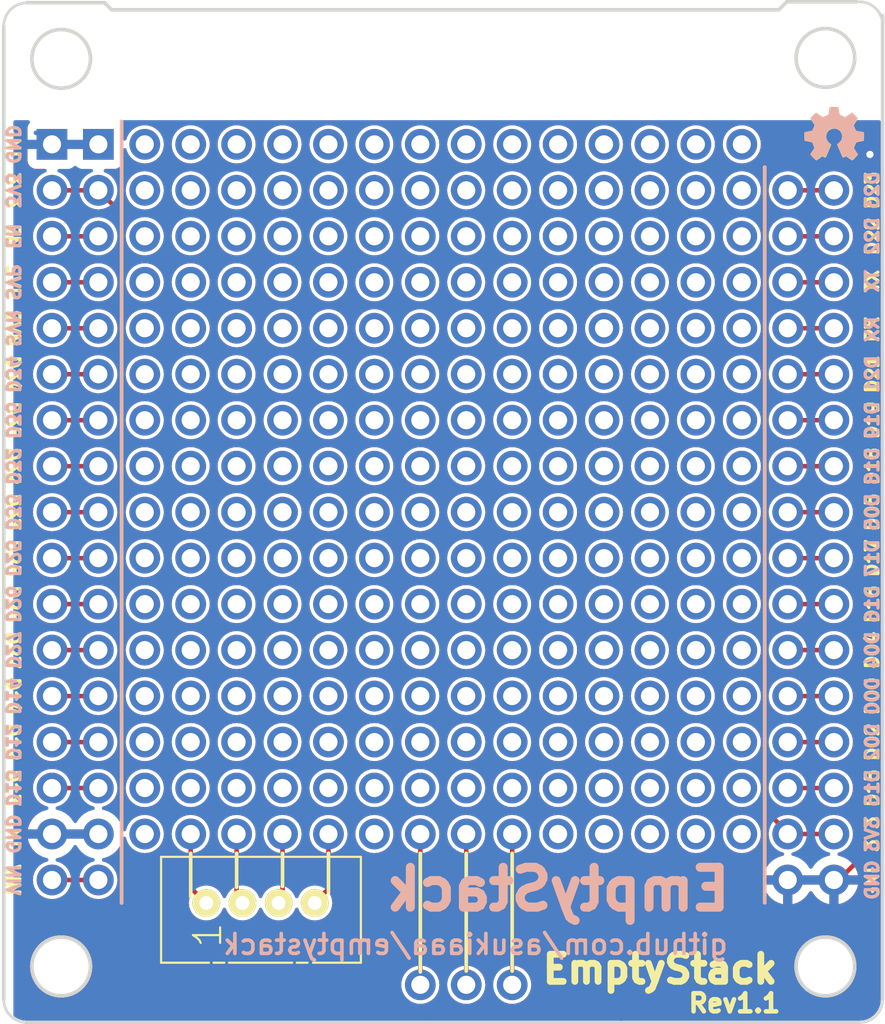
<source format=kicad_pcb>
(kicad_pcb (version 20221018) (generator pcbnew)
  (title_block (title "Bbstack") (date "2017-04-28") (rev "1.1"))
  (layers (0 "F.Cu" signal) (31 "B.Cu" signal) (34 "B.Paste" user) (35 "F.Paste" user) (36 "B.SilkS" user "B.Silkscreen") (37 "F.SilkS" user "F.Silkscreen") (38 "B.Mask" user) (39 "F.Mask" user) (44 "Edge.Cuts" user))
  (net 0 "")
  (net 1 "+3V3")
  (net 2 "GND")
  (net 3 "VCC")
  (net 4 "RXDtoTXD0")
  (net 5 "TXDtoRXD0")
  (net 6 "EN")
  (net 7 "SVP")
  (net 8 "SVN")
  (net 9 "IO34")
  (net 10 "IO35")
  (net 11 "IO32")
  (net 12 "IO33")
  (net 13 "IO25")
  (net 14 "IO26")
  (net 15 "IO27")
  (net 16 "IO14")
  (net 17 "IO12")
  (net 18 "IO13")
  (net 19 "IO23")
  (net 20 "IO22")
  (net 21 "IO21")
  (net 22 "IO19")
  (net 23 "IO18")
  (net 24 "IO5")
  (net 25 "IO17")
  (net 26 "IO16")
  (net 27 "IO4")
  (net 28 "IO2")
  (net 29 "IO15")
  (net 30 "IO0(boot)")
  (net 31 "Net-(J5-Pad1)")
  (net 32 "Net-(J5-Pad2)")
  (net 33 "Net-(J5-Pad3)")
  (net 34 "Net-(J5-Pad4)")
  (net 35 "Net-(J5-Pad5)")
  (net 36 "Net-(J5-Pad6)")
  (net 37 "Net-(J5-Pad7)")
  (net 38 "Net-(J5-Pad8)")
  (net 39 "Net-(J5-Pad9)")
  (net 40 "Net-(J5-Pad10)")
  (net 41 "Net-(J5-Pad11)")
  (net 42 "Net-(J5-Pad12)")
  (net 43 "Net-(J5-Pad13)")
  (net 44 "Net-(J5-Pad14)")
  (net 45 "Net-(J6-Pad1)")
  (net 46 "Net-(J6-Pad2)")
  (net 47 "Net-(J6-Pad3)")
  (net 48 "Net-(J6-Pad4)")
  (net 49 "Net-(J6-Pad5)")
  (net 50 "Net-(J6-Pad6)")
  (net 51 "Net-(J6-Pad7)")
  (net 52 "Net-(J6-Pad8)")
  (net 53 "Net-(J6-Pad9)")
  (net 54 "Net-(J6-Pad10)")
  (net 55 "Net-(J6-Pad11)")
  (net 56 "Net-(J6-Pad12)")
  (net 57 "Net-(J6-Pad13)")
  (net 58 "Net-(J6-Pad14)")
  (net 59 "Net-(J7-Pad1)")
  (net 60 "Net-(J7-Pad2)")
  (net 61 "Net-(J7-Pad3)")
  (net 62 "Net-(J7-Pad4)")
  (net 63 "Net-(J7-Pad5)")
  (net 64 "Net-(J7-Pad6)")
  (net 65 "Net-(J7-Pad7)")
  (net 66 "Net-(J7-Pad8)")
  (net 67 "Net-(J7-Pad9)")
  (net 68 "Net-(J7-Pad10)")
  (net 69 "Net-(J7-Pad11)")
  (net 70 "Net-(J7-Pad12)")
  (net 71 "Net-(J7-Pad13)")
  (net 72 "Net-(J7-Pad14)")
  (net 73 "Net-(J8-Pad1)")
  (net 74 "Net-(J8-Pad6)")
  (net 75 "Net-(J8-Pad11)")
  (net 76 "Net-(J8-Pad12)")
  (net 77 "Net-(J8-Pad13)")
  (net 78 "Net-(J8-Pad14)")
  (net 79 "Net-(J9-Pad1)")
  (net 80 "Net-(J9-Pad2)")
  (net 81 "Net-(J9-Pad3)")
  (net 82 "Net-(J9-Pad4)")
  (net 83 "Net-(J9-Pad5)")
  (net 84 "Net-(J9-Pad6)")
  (net 85 "Net-(J9-Pad7)")
  (net 86 "Net-(J9-Pad8)")
  (net 87 "Net-(J9-Pad9)")
  (net 88 "Net-(J9-Pad10)")
  (net 89 "Net-(J9-Pad11)")
  (net 90 "Net-(J9-Pad12)")
  (net 91 "Net-(J9-Pad13)")
  (net 92 "Net-(J9-Pad14)")
  (net 93 "Net-(J10-Pad1)")
  (net 94 "Net-(J10-Pad2)")
  (net 95 "Net-(J10-Pad3)")
  (net 96 "Net-(J10-Pad4)")
  (net 97 "Net-(J10-Pad5)")
  (net 98 "Net-(J10-Pad6)")
  (net 99 "Net-(J10-Pad7)")
  (net 100 "Net-(J10-Pad8)")
  (net 101 "Net-(J10-Pad9)")
  (net 102 "Net-(J10-Pad10)")
  (net 103 "Net-(J10-Pad11)")
  (net 104 "Net-(J10-Pad12)")
  (net 105 "Net-(J10-Pad13)")
  (net 106 "Net-(J10-Pad14)")
  (net 107 "Net-(J11-Pad1)")
  (net 108 "Net-(J11-Pad2)")
  (net 109 "Net-(J11-Pad3)")
  (net 110 "Net-(J11-Pad4)")
  (net 111 "Net-(J11-Pad5)")
  (net 112 "Net-(J11-Pad6)")
  (net 113 "Net-(J11-Pad7)")
  (net 114 "Net-(J11-Pad8)")
  (net 115 "Net-(J11-Pad9)")
  (net 116 "Net-(J11-Pad10)")
  (net 117 "Net-(J11-Pad11)")
  (net 118 "Net-(J11-Pad12)")
  (net 119 "Net-(J11-Pad13)")
  (net 120 "Net-(J11-Pad14)")
  (net 121 "Net-(J12-Pad1)")
  (net 122 "Net-(J12-Pad2)")
  (net 123 "Net-(J12-Pad3)")
  (net 124 "Net-(J12-Pad4)")
  (net 125 "Net-(J12-Pad5)")
  (net 126 "Net-(J12-Pad6)")
  (net 127 "Net-(J12-Pad7)")
  (net 128 "Net-(J12-Pad8)")
  (net 129 "Net-(J12-Pad9)")
  (net 130 "Net-(J12-Pad10)")
  (net 131 "Net-(J12-Pad11)")
  (net 132 "Net-(J12-Pad12)")
  (net 133 "Net-(J12-Pad13)")
  (net 134 "Net-(J12-Pad14)")
  (net 135 "Net-(J13-Pad1)")
  (net 136 "Net-(J13-Pad2)")
  (net 137 "Net-(J13-Pad3)")
  (net 138 "Net-(J13-Pad4)")
  (net 139 "Net-(J13-Pad5)")
  (net 140 "Net-(J13-Pad6)")
  (net 141 "Net-(J13-Pad7)")
  (net 142 "Net-(J13-Pad8)")
  (net 143 "Net-(J13-Pad9)")
  (net 144 "Net-(J13-Pad10)")
  (net 145 "Net-(J13-Pad11)")
  (net 146 "Net-(J13-Pad12)")
  (net 147 "Net-(J13-Pad13)")
  (net 148 "Net-(J13-Pad14)")
  (net 149 "Net-(J14-Pad1)")
  (net 150 "Net-(J14-Pad2)")
  (net 151 "Net-(J14-Pad3)")
  (net 152 "Net-(J14-Pad4)")
  (net 153 "Net-(J14-Pad5)")
  (net 154 "Net-(J14-Pad6)")
  (net 155 "Net-(J14-Pad7)")
  (net 156 "Net-(J14-Pad8)")
  (net 157 "Net-(J14-Pad9)")
  (net 158 "Net-(J14-Pad10)")
  (net 159 "Net-(J14-Pad11)")
  (net 160 "Net-(J14-Pad12)")
  (net 161 "Net-(J14-Pad13)")
  (net 162 "Net-(J14-Pad14)")
  (net 163 "Net-(J15-Pad1)")
  (net 164 "Net-(J15-Pad2)")
  (net 165 "Net-(J15-Pad3)")
  (net 166 "Net-(J15-Pad4)")
  (net 167 "Net-(J15-Pad5)")
  (net 168 "Net-(J15-Pad6)")
  (net 169 "Net-(J15-Pad7)")
  (net 170 "Net-(J15-Pad8)")
  (net 171 "Net-(J15-Pad9)")
  (net 172 "Net-(J15-Pad10)")
  (net 173 "Net-(J15-Pad11)")
  (net 174 "Net-(J15-Pad12)")
  (net 175 "Net-(J15-Pad13)")
  (net 176 "Net-(J15-Pad14)")
  (net 177 "Net-(J16-Pad1)")
  (net 178 "Net-(J16-Pad2)")
  (net 179 "Net-(J16-Pad3)")
  (net 180 "Net-(J16-Pad4)")
  (net 181 "Net-(J16-Pad5)")
  (net 182 "Net-(J16-Pad6)")
  (net 183 "Net-(J16-Pad7)")
  (net 184 "Net-(J16-Pad8)")
  (net 185 "Net-(J16-Pad9)")
  (net 186 "Net-(J16-Pad10)")
  (net 187 "Net-(J16-Pad11)")
  (net 188 "Net-(J16-Pad12)")
  (net 189 "Net-(J16-Pad13)")
  (net 190 "Net-(J16-Pad14)")
  (net 191 "Net-(J17-Pad1)")
  (net 192 "Net-(J17-Pad2)")
  (net 193 "Net-(J17-Pad3)")
  (net 194 "Net-(J17-Pad4)")
  (net 195 "Net-(J17-Pad5)")
  (net 196 "Net-(J17-Pad6)")
  (net 197 "Net-(J17-Pad7)")
  (net 198 "Net-(J17-Pad8)")
  (net 199 "Net-(J17-Pad9)")
  (net 200 "Net-(J17-Pad10)")
  (net 201 "Net-(J17-Pad11)")
  (net 202 "Net-(J17-Pad12)")
  (net 203 "Net-(J17-Pad13)")
  (net 204 "Net-(J17-Pad14)")
  (net 205 "Net-(J18-Pad1)")
  (net 206 "Net-(J18-Pad2)")
  (net 207 "Net-(J18-Pad3)")
  (net 208 "Net-(J18-Pad4)")
  (net 209 "Net-(J18-Pad5)")
  (net 210 "Net-(J18-Pad6)")
  (net 211 "Net-(J18-Pad7)")
  (net 212 "Net-(J18-Pad8)")
  (net 213 "Net-(J18-Pad9)")
  (net 214 "Net-(J18-Pad10)")
  (net 215 "Net-(J18-Pad11)")
  (net 216 "Net-(J18-Pad12)")
  (net 217 "Net-(J18-Pad13)")
  (net 218 "Net-(J18-Pad14)")
  (net 219 "Net-(J19-Pad1)")
  (net 220 "Net-(J19-Pad2)")
  (net 221 "Net-(J19-Pad3)")
  (net 222 "Net-(J19-Pad4)")
  (net 223 "Net-(J19-Pad5)")
  (net 224 "Net-(J19-Pad6)")
  (net 225 "Net-(J19-Pad7)")
  (net 226 "Net-(J19-Pad8)")
  (net 227 "Net-(J19-Pad9)")
  (net 228 "Net-(J19-Pad10)")
  (net 229 "Net-(J19-Pad11)")
  (net 230 "Net-(J19-Pad12)")
  (net 231 "Net-(J19-Pad13)")
  (net 232 "Net-(J19-Pad14)")
  (net 233 "Net-(J20-Pad1)")
  (net 234 "Net-(J20-Pad2)")
  (net 235 "Net-(J20-Pad3)")
  (net 236 "Net-(J20-Pad4)")
  (net 237 "Net-(J20-Pad5)")
  (net 238 "Net-(J20-Pad6)")
  (net 239 "Net-(J20-Pad7)")
  (net 240 "Net-(J20-Pad8)")
  (net 241 "Net-(J20-Pad9)")
  (net 242 "Net-(J20-Pad10)")
  (net 243 "Net-(J20-Pad11)")
  (net 244 "Net-(J20-Pad12)")
  (net 245 "Net-(J20-Pad13)")
  (net 246 "Net-(J20-Pad14)")
  (net 247 "Net-(J21-Pad1)")
  (net 248 "Net-(J21-Pad2)")
  (net 249 "Net-(J21-Pad3)")
  (net 250 "Net-(J22-Pad1)")
  (net 251 "Net-(J22-Pad2)")
  (net 252 "Net-(J22-Pad3)")
  (net 253 "Net-(J22-Pad4)")
  (net 254 "Net-(J8-Pad10)")
  (footprint "osh-logo:osh-logo-3p4mm" (layer "F.Cu") (at 193.1162 70.5485)
    (fp_text reference "G***" hide)
    (fp_text value "LOGO" hide)
  )
  (footprint "common:Pin_Header_Straight_1x17_Pitch2.54mm" (layer "F.Cu") (at 149.86 71.12)
    (fp_text reference "J1" hide)
    (fp_text value "CONN_01X17" hide)
  )
  (footprint "common:Pin_Header_Straight_1x16_Pitch2.54mm" (layer "F.Cu") (at 193.1035 73.66)
    (fp_text reference "J2" hide)
    (fp_text value "CONN_01X16" hide)
  )
  (footprint "common:Pin_Header_Straight_1x17_Pitch2.54mm" (layer "F.Cu") (at 152.4254 71.12)
    (fp_text reference "J3" hide)
    (fp_text value "CONN_01X17" hide)
  )
  (footprint "common:Pin_Header_Straight_1x16_Pitch2.54mm" (layer "F.Cu") (at 190.5508 73.66)
    (fp_text reference "J4" hide)
    (fp_text value "CONN_01X16" hide)
  )
  (footprint "common:Pin_Header_Straight_1x14_Pitch2.54mm" (layer "F.Cu") (at 154.9908 78.74 90)
    (fp_text reference "J5" hide)
    (fp_text value "CONN_01X14" hide)
  )
  (footprint "common:Pin_Header_Straight_1x14_Pitch2.54mm" (layer "F.Cu") (at 154.9908 81.28 90)
    (fp_text reference "J6" hide)
    (fp_text value "CONN_01X14" hide)
  )
  (footprint "common:Pin_Header_Straight_1x14_Pitch2.54mm" (layer "F.Cu") (at 154.9908 86.36 90)
    (fp_text reference "J7" hide)
    (fp_text value "CONN_01X14" hide)
  )
  (footprint "common:Pin_Header_Straight_1x14_Pitch2.54mm" (layer "F.Cu") (at 154.9908 109.22 90)
    (fp_text reference "J8" hide)
    (fp_text value "CONN_01X14" hide)
  )
  (footprint "common:Pin_Header_Straight_1x14_Pitch2.54mm" (layer "F.Cu") (at 154.9908 91.44 90)
    (fp_text reference "J9" hide)
    (fp_text value "CONN_01X14" hide)
  )
  (footprint "common:Pin_Header_Straight_1x14_Pitch2.54mm" (layer "F.Cu") (at 154.9908 101.6 90)
    (fp_text reference "J10" hide)
    (fp_text value "CONN_01X14" hide)
  )
  (footprint "common:Pin_Header_Straight_1x14_Pitch2.54mm" (layer "F.Cu") (at 154.9908 71.12 90)
    (fp_text reference "J11" hide)
    (fp_text value "CONN_01X14" hide)
  )
  (footprint "common:Pin_Header_Straight_1x14_Pitch2.54mm" (layer "F.Cu") (at 154.9908 104.14 90)
    (fp_text reference "J12" hide)
    (fp_text value "CONN_01X14" hide)
  )
  (footprint "common:Pin_Header_Straight_1x14_Pitch2.54mm" (layer "F.Cu") (at 154.9908 106.68 90)
    (fp_text reference "J13" hide)
    (fp_text value "CONN_01X14" hide)
  )
  (footprint "common:Pin_Header_Straight_1x14_Pitch2.54mm" (layer "F.Cu") (at 154.9908 83.82 90)
    (fp_text reference "J14" hide)
    (fp_text value "CONN_01X14" hide)
  )
  (footprint "common:Pin_Header_Straight_1x14_Pitch2.54mm" (layer "F.Cu") (at 154.9908 76.2 90)
    (fp_text reference "J15" hide)
    (fp_text value "CONN_01X14" hide)
  )
  (footprint "common:Pin_Header_Straight_1x14_Pitch2.54mm" (layer "F.Cu") (at 154.9908 73.66 90)
    (fp_text reference "J16" hide)
    (fp_text value "CONN_01X14" hide)
  )
  (footprint "common:Pin_Header_Straight_1x14_Pitch2.54mm" (layer "F.Cu") (at 154.9908 88.9 90)
    (fp_text reference "J17" hide)
    (fp_text value "CONN_01X14" hide)
  )
  (footprint "common:Pin_Header_Straight_1x14_Pitch2.54mm" (layer "F.Cu") (at 154.9908 93.98 90)
    (fp_text reference "J18" hide)
    (fp_text value "CONN_01X14" hide)
  )
  (footprint "common:Pin_Header_Straight_1x14_Pitch2.54mm" (layer "F.Cu") (at 154.9908 96.52 90)
    (fp_text reference "J19" hide)
    (fp_text value "CONN_01X14" hide)
  )
  (footprint "common:Pin_Header_Straight_1x14_Pitch2.54mm" (layer "F.Cu") (at 154.9908 99.06 90)
    (fp_text reference "J20" hide)
    (fp_text value "CONN_01X14" hide)
  )
  (footprint "Connectors:Grove_1x04" (layer "F.Cu") (at 158.3944 113.03 90)
    (fp_text reference "J22" hide)
    (fp_text value "grove_01X04")
  )
  (footprint "common:Pin_Header_Straight_1x03_Pitch2.54mm" (layer "F.Cu") (at 175.3108 117.5512 -90)
    (fp_text reference "J21" hide)
    (fp_text value "CONN_01X03" hide)
  )
  (footprint "osh-logo:osh-logo-3p4mm" (layer "B.Cu") (at 193.1162 70.5358 180)
    (fp_text reference "G***" hide)
    (fp_text value "LOGO" hide)
  )
  (gr_line (start 189.2808 72.39) (end 189.2808 113.0173) (stroke (width 0.2)) (layer "B.SilkS"))
  (gr_line (start 153.7081 113.03) (end 153.7081 69.85) (stroke (width 0.2)) (layer "B.SilkS"))
  (gr_line (start 157.5308 110.2868) (end 157.5308 112.6744) (stroke (width 0.2)) (layer "F.SilkS"))
  (gr_line (start 165.1508 110.2868) (end 165.1508 112.4712) (stroke (width 0.2)) (layer "F.SilkS"))
  (gr_line (start 160.0708 110.2868) (end 160.0708 112.1664) (stroke (width 0.2)) (layer "F.SilkS"))
  (gr_line (start 172.7708 116.7892) (end 172.7708 110.2868) (stroke (width 0.2)) (layer "F.SilkS"))
  (gr_line (start 162.6108 110.2868) (end 162.6108 112.1156) (stroke (width 0.2)) (layer "F.SilkS"))
  (gr_line (start 189.2808 113.0173) (end 189.2808 72.39) (stroke (width 0.2)) (layer "F.SilkS"))
  (gr_line (start 175.3108 110.2868) (end 175.3108 116.7892) (stroke (width 0.2)) (layer "F.SilkS"))
  (gr_line (start 153.7081 69.85) (end 153.7081 113.03) (stroke (width 0.2)) (layer "F.SilkS"))
  (gr_line (start 170.2308 110.2868) (end 170.2308 116.84) (stroke (width 0.2)) (layer "F.SilkS"))
  (gr_line (start 189.2808 72.39) (end 189.2681 72.39) (stroke (width 0.2)) (layer "F.SilkS"))
  (gr_circle (center 192.6336 66.3448) (end 193.8528 67.4116) (stroke (width 0.2)) (fill none) (layer "Edge.Cuts"))
  (gr_circle (center 150.368 116.5352) (end 151.5872 117.602) (stroke (width 0.2)) (fill none) (layer "Edge.Cuts"))
  (gr_circle (center 192.6336 116.5352) (end 193.8528 117.602) (stroke (width 0.2)) (fill none) (layer "Edge.Cuts"))
  (gr_circle (center 150.368 66.3956) (end 151.5872 67.4624) (stroke (width 0.2)) (fill none) (layer "Edge.Cuts"))
  (gr_line (start 147.193 64.5795) (end 147.193 118.364) (stroke (width 0.2)) (layer "Edge.Cuts"))
  (gr_line (start 195.7959 64.008) (end 195.7959 118.364) (stroke (width 0.2)) (layer "Edge.Cuts"))
  (gr_line (start 148.463 63.2968) (end 152.781 63.2968) (stroke (width 0.2)) (layer "Edge.Cuts"))
  (gr_arc (start 195.7959 118.364) (mid 195.423926 119.262026) (end 194.5259 119.634) (stroke (width 0.15)) (layer "Edge.Cuts"))
  (gr_arc (start 148.463 119.634) (mid 147.564974 119.262026) (end 147.193 118.364) (stroke (width 0.15)) (layer "Edge.Cuts"))
  (gr_line (start 148.4376 119.634) (end 170.5864 119.634) (stroke (width 0.2)) (layer "Edge.Cuts"))
  (gr_line (start 190.5 63.246) (end 190.0555 63.6905) (stroke (width 0.2)) (layer "Edge.Cuts"))
  (gr_line (start 194.3735 63.246) (end 190.5 63.246) (stroke (width 0.2)) (layer "Edge.Cuts"))
  (gr_arc (start 194.5259 63.246) (mid 195.423926 63.617974) (end 195.7959 64.516) (stroke (width 0.15)) (layer "Edge.Cuts"))
  (gr_line (start 181.4195 119.634) (end 194.437 119.634) (stroke (width 0.2)) (layer "Edge.Cuts"))
  (gr_line (start 170.6118 119.634) (end 181.2798 119.634) (stroke (width 0.2)) (layer "Edge.Cuts"))
  (gr_line (start 190.0555 63.6905) (end 188.7855 63.6905) (stroke (width 0.2)) (layer "Edge.Cuts"))
  (gr_line (start 153.162 63.6905) (end 188.722 63.6905) (stroke (width 0.2)) (layer "Edge.Cuts"))
  (gr_line (start 152.781 63.3095) (end 153.162 63.6905) (stroke (width 0.2)) (layer "Edge.Cuts"))
  (gr_arc (start 147.193 64.5795) (mid 147.564974 63.681474) (end 148.463 63.3095) (stroke (width 0.15)) (layer "Edge.Cuts"))
  (gr_text "TX" (at 195.2244 78.6765 90) (layer "B.SilkS") (effects (font (size 0.7 0.7) (thickness 0.175)) (justify mirror)))
  (gr_text "D27" (at 147.701 99.06 270) (layer "B.SilkS") (effects (font (size 0.7 0.7) (thickness 0.175)) (justify mirror)))
  (gr_text "D34" (at 147.701 83.82 270) (layer "B.SilkS") (effects (font (size 0.7 0.7) (thickness 0.175)) (justify mirror)))
  (gr_text "D12" (at 147.701 104.14 270) (layer "B.SilkS") (effects (font (size 0.7 0.7) (thickness 0.175)) (justify mirror)))
  (gr_text "D32" (at 147.701 88.9 270) (layer "B.SilkS") (effects (font (size 0.7 0.7) (thickness 0.175)) (justify mirror)))
  (gr_text "D35" (at 147.701 86.36 270) (layer "B.SilkS") (effects (font (size 0.7 0.7) (thickness 0.175)) (justify mirror)))
  (gr_text "SVP" (at 147.701 78.74 270) (layer "B.SilkS") (effects (font (size 0.7 0.7) (thickness 0.175)) (justify mirror)))
  (gr_text "D14" (at 147.701 101.6 270) (layer "B.SilkS") (effects (font (size 0.7 0.7) (thickness 0.175)) (justify mirror)))
  (gr_text "D21" (at 195.2244 83.82 90) (layer "B.SilkS") (effects (font (size 0.7 0.7) (thickness 0.175)) (justify mirror)))
  (gr_text "3V3" (at 195.2244 109.22 90) (layer "B.SilkS") (effects (font (size 0.7 0.7) (thickness 0.175)) (justify mirror)))
  (gr_text "EN" (at 147.701 76.2 270) (layer "B.SilkS") (effects (font (size 0.7 0.7) (thickness 0.175)) (justify mirror)))
  (gr_text "D18" (at 195.2244 88.9 90) (layer "B.SilkS") (effects (font (size 0.7 0.7) (thickness 0.175)) (justify mirror)))
  (gr_text "D33" (at 147.701 91.44 270) (layer "B.SilkS") (effects (font (size 0.7 0.7) (thickness 0.175)) (justify mirror)))
  (gr_text "github.com/asukiaaa/emptystack" (at 173.2788 115.316) (layer "B.SilkS") (effects (font (size 1.1 1.1) (thickness 0.2)) (justify mirror)))
  (gr_text "D00" (at 195.2244 101.6 90) (layer "B.SilkS") (effects (font (size 0.7 0.7) (thickness 0.175)) (justify mirror)))
  (gr_text "GND" (at 147.701 71.12 270) (layer "B.SilkS") (effects (font (size 0.7 0.7) (thickness 0.175)) (justify mirror)))
  (gr_text "D15" (at 195.2244 106.68 90) (layer "B.SilkS") (effects (font (size 0.7 0.7) (thickness 0.175)) (justify mirror)))
  (gr_text "GND" (at 195.2244 111.76 90) (layer "B.SilkS") (effects (font (size 0.7 0.7) (thickness 0.175)) (justify mirror)))
  (gr_text "D04" (at 195.2244 99.06 90) (layer "B.SilkS") (effects (font (size 0.7 0.7) (thickness 0.175)) (justify mirror)))
  (gr_text "D16" (at 195.2244 96.52 90) (layer "B.SilkS") (effects (font (size 0.7 0.7) (thickness 0.175)) (justify mirror)))
  (gr_text "D25" (at 147.701 93.98 270) (layer "B.SilkS") (effects (font (size 0.7 0.7) (thickness 0.175)) (justify mirror)))
  (gr_text "D26" (at 147.701 96.52 270) (layer "B.SilkS") (effects (font (size 0.7 0.7) (thickness 0.175)) (justify mirror)))
  (gr_text "3V3" (at 147.701 73.66 270) (layer "B.SilkS") (effects (font (size 0.7 0.7) (thickness 0.175)) (justify mirror)))
  (gr_text "D13" (at 147.701 106.68 270) (layer "B.SilkS") (effects (font (size 0.7 0.7) (thickness 0.175)) (justify mirror)))
  (gr_text "D02" (at 195.2244 104.14 90) (layer "B.SilkS") (effects (font (size 0.7 0.7) (thickness 0.175)) (justify mirror)))
  (gr_text "RX" (at 195.2244 81.3435 90) (layer "B.SilkS") (effects (font (size 0.7 0.7) (thickness 0.175)) (justify mirror)))
  (gr_text "D23" (at 195.2244 73.66 90) (layer "B.SilkS") (effects (font (size 0.7 0.7) (thickness 0.175)) (justify mirror)))
  (gr_text "D19" (at 195.2244 86.36 90) (layer "B.SilkS") (effects (font (size 0.7 0.7) (thickness 0.175)) (justify mirror)))
  (gr_text "D22" (at 195.2244 76.2 90) (layer "B.SilkS") (effects (font (size 0.7 0.7) (thickness 0.175)) (justify mirror)))
  (gr_text "VIN" (at 147.701 111.76 270) (layer "B.SilkS") (effects (font (size 0.7 0.7) (thickness 0.175)) (justify mirror)))
  (gr_text "SVN" (at 147.701 81.28 270) (layer "B.SilkS") (effects (font (size 0.7 0.7) (thickness 0.175)) (justify mirror)))
  (gr_text "EmptyStack" (at 177.8508 112.268) (layer "B.SilkS") (effects (font (size 2.2 2.2) (thickness 0.5)) (justify mirror)))
  (gr_text "GND" (at 147.701 109.22 270) (layer "B.SilkS") (effects (font (size 0.7 0.7) (thickness 0.175)) (justify mirror)))
  (gr_text "D17" (at 195.2244 93.98 90) (layer "B.SilkS") (effects (font (size 0.7 0.7) (thickness 0.175)) (justify mirror)))
  (gr_text "D05" (at 195.2244 91.44 90) (layer "B.SilkS") (effects (font (size 0.7 0.7) (thickness 0.175)) (justify mirror)))
  (gr_text "D33" (at 147.701 91.44 270) (layer "F.SilkS") (effects (font (size 0.7 0.7) (thickness 0.175))))
  (gr_text "D15" (at 195.2244 106.68 90) (layer "F.SilkS") (effects (font (size 0.7 0.7) (thickness 0.175))))
  (gr_text "D23" (at 195.2244 73.66 90) (layer "F.SilkS") (effects (font (size 0.7 0.7) (thickness 0.175))))
  (gr_text "D19" (at 195.2244 86.36 90) (layer "F.SilkS") (effects (font (size 0.7 0.7) (thickness 0.175))))
  (gr_text "GND" (at 195.2244 111.76 90) (layer "F.SilkS") (effects (font (size 0.7 0.7) (thickness 0.175))))
  (gr_text "D25" (at 147.701 93.98 270) (layer "F.SilkS") (effects (font (size 0.7 0.7) (thickness 0.175))))
  (gr_text "D22" (at 195.2244 76.2 90) (layer "F.SilkS") (effects (font (size 0.7 0.7) (thickness 0.175))))
  (gr_text "3V3" (at 147.701 73.66 270) (layer "F.SilkS") (effects (font (size 0.7 0.7) (thickness 0.175))))
  (gr_text "D05" (at 195.2244 91.44 90) (layer "F.SilkS") (effects (font (size 0.7 0.7) (thickness 0.175))))
  (gr_text "D32" (at 147.701 88.9 270) (layer "F.SilkS") (effects (font (size 0.7 0.7) (thickness 0.175))))
  (gr_text "TX" (at 195.2244 78.6765 90) (layer "F.SilkS") (effects (font (size 0.7 0.7) (thickness 0.175))))
  (gr_text "D27" (at 147.701 99.06 270) (layer "F.SilkS") (effects (font (size 0.7 0.7) (thickness 0.175))))
  (gr_text "3V3" (at 195.2244 109.22 90) (layer "F.SilkS") (effects (font (size 0.7 0.7) (thickness 0.175))))
  (gr_text "D14" (at 147.701 101.6 270) (layer "F.SilkS") (effects (font (size 0.7 0.7) (thickness 0.175))))
  (gr_text "D26" (at 147.701 96.52 270) (layer "F.SilkS") (effects (font (size 0.7 0.7) (thickness 0.175))))
  (gr_text "SVN" (at 147.701 81.28 270) (layer "F.SilkS") (effects (font (size 0.7 0.7) (thickness 0.175))))
  (gr_text "SVP" (at 147.701 78.74 270) (layer "F.SilkS") (effects (font (size 0.7 0.7) (thickness 0.175))))
  (gr_text "D34" (at 147.701 83.82 270) (layer "F.SilkS") (effects (font (size 0.7 0.7) (thickness 0.175))))
  (gr_text "RX" (at 195.2244 81.3435 90) (layer "F.SilkS") (effects (font (size 0.7 0.7) (thickness 0.175))))
  (gr_text "GND" (at 147.701 109.22 270) (layer "F.SilkS") (effects (font (size 0.7 0.7) (thickness 0.175))))
  (gr_text "Rev1.1" (at 187.6044 118.5672) (layer "F.SilkS") (effects (font (size 1 1) (thickness 0.25))))
  (gr_text "EN" (at 147.701 76.2 270) (layer "F.SilkS") (effects (font (size 0.7 0.7) (thickness 0.175))))
  (gr_text "D00" (at 195.2244 101.6 90) (layer "F.SilkS") (effects (font (size 0.7 0.7) (thickness 0.175))))
  (gr_text "GND" (at 147.701 71.12 270) (layer "F.SilkS") (effects (font (size 0.7 0.7) (thickness 0.175))))
  (gr_text "VIN" (at 147.701 111.76 270) (layer "F.SilkS") (effects (font (size 0.7 0.7) (thickness 0.175))))
  (gr_text "D02" (at 195.2244 104.14 90) (layer "F.SilkS") (effects (font (size 0.7 0.7) (thickness 0.175))))
  (gr_text "D17" (at 195.2244 93.98 90) (layer "F.SilkS") (effects (font (size 0.7 0.7) (thickness 0.175))))
  (gr_text "EmptyStack" (at 183.4896 116.6876) (layer "F.SilkS") (effects (font (size 1.5 1.5) (thickness 0.375))))
  (gr_text "D18" (at 195.2244 88.9 90) (layer "F.SilkS") (effects (font (size 0.7 0.7) (thickness 0.175))))
  (gr_text "D12" (at 147.701 104.14 270) (layer "F.SilkS") (effects (font (size 0.7 0.7) (thickness 0.175))))
  (gr_text "D04" (at 195.2244 99.06 90) (layer "F.SilkS") (effects (font (size 0.7 0.7) (thickness 0.175))))
  (gr_text "D35" (at 147.701 86.36 270) (layer "F.SilkS") (effects (font (size 0.7 0.7) (thickness 0.175))))
  (gr_text "D13" (at 147.701 106.68 270) (layer "F.SilkS") (effects (font (size 0.7 0.7) (thickness 0.175))))
  (gr_text "D21" (at 195.2244 83.82 90) (layer "F.SilkS") (effects (font (size 0.7 0.7) (thickness 0.175))))
  (gr_text "D16" (at 195.2244 96.52 90) (layer "F.SilkS") (effects (font (size 0.7 0.7) (thickness 0.175))))
  (segment (start 190.5508 109.1438) (end 189.2935 107.8865) (width 0.25) (layer "F.Cu") (net 1))
  (segment (start 189.2935 107.8865) (end 189.2935 75.438) (width 0.25) (layer "F.Cu") (net 1))
  (segment (start 189.2935 75.438) (end 188.7855 74.93) (width 0.25) (layer "F.Cu") (net 1))
  (segment (start 188.7855 74.93) (end 153.6954 74.93) (width 0.25) (layer "F.Cu") (net 1))
  (segment (start 153.6954 74.93) (end 152.4254 73.66) (width 0.25) (layer "F.Cu") (net 1))
  (segment (start 190.5508 109.22) (end 193.1035 109.22) (width 0.25) (layer "F.Cu") (net 1))
  (segment (start 190.5508 109.22) (end 190.5508 109.1438) (width 0.25) (layer "F.Cu") (net 1))
  (segment (start 149.86 73.66) (end 150.0505 73.66) (width 0.25) (layer "F.Cu") (net 1))
  (segment (start 190.5508 109.22) (end 189.8904 109.22) (width 0.25) (layer "F.Cu") (net 1))
  (segment (start 193.167 109.22) (end 193.167 108.966) (width 0.25) (layer "F.Cu") (net 1))
  (segment (start 149.86 73.66) (end 152.4254 73.66) (width 0.25) (layer "F.Cu") (net 1))
  (segment (start 193.3702 111.76) (end 194.945 110.1852) (width 0.25) (layer "F.Cu") (net 2))
  (segment (start 194.945 110.1852) (end 194.945 71.6788) (width 0.25) (layer "F.Cu") (net 2))
  (segment (start 149.86 109.22) (end 152.4254 109.22) (width 0.25) (layer "F.Cu") (net 2))
  (segment (start 149.86 71.12) (end 152.4254 71.12) (width 0.25) (layer "F.Cu") (net 2))
  (segment (start 190.5508 111.76) (end 193.1035 111.76) (width 0.25) (layer "F.Cu") (net 2))
  (segment (start 149.86 71.12) (end 150.241 71.12) (width 0.25) (layer "F.Cu") (net 2))
  (segment (start 193.1035 111.76) (end 192.5705 111.76) (width 0.25) (layer "F.Cu") (net 2))
  (segment (start 193.1035 111.76) (end 193.3702 111.76) (width 0.25) (layer "F.Cu") (net 2))
  (via (at 195.0974 71.6788) (size 0.6) (drill 0.4) (layers "F.Cu" "B.Cu") (net 2))
  (segment (start 194.945 71.6788) (end 194.9196 71.6788) (width 0.25) (layer "B.Cu") (net 2))
  (segment (start 149.606 70.485) (end 148.971 70.485) (width 0.25) (layer "B.Cu") (net 2))
  (segment (start 149.86 111.76) (end 152.4254 111.76) (width 0.25) (layer "F.Cu") (net 3))
  (segment (start 190.5508 78.74) (end 193.1035 78.74) (width 0.25) (layer "F.Cu") (net 4))
  (segment (start 190.5508 81.28) (end 193.1035 81.28) (width 0.25) (layer "F.Cu") (net 5))
  (segment (start 149.86 76.2) (end 152.4254 76.2) (width 0.25) (layer "F.Cu") (net 6))
  (segment (start 149.86 76.2) (end 150.1775 76.2) (width 0.25) (layer "F.Cu") (net 6))
  (segment (start 149.86 78.74) (end 152.4254 78.74) (width 0.25) (layer "F.Cu") (net 7))
  (segment (start 149.86 81.28) (end 152.4254 81.28) (width 0.25) (layer "F.Cu") (net 8))
  (segment (start 149.86 83.82) (end 152.4254 83.82) (width 0.25) (layer "F.Cu") (net 9))
  (segment (start 149.86 86.36) (end 152.4254 86.36) (width 0.25) (layer "F.Cu") (net 10))
  (segment (start 149.86 88.9) (end 152.4254 88.9) (width 0.25) (layer "F.Cu") (net 11))
  (segment (start 149.86 91.44) (end 152.4254 91.44) (width 0.25) (layer "F.Cu") (net 12))
  (segment (start 149.86 93.98) (end 152.4254 93.98) (width 0.25) (layer "F.Cu") (net 13))
  (segment (start 149.86 96.52) (end 152.4254 96.52) (width 0.25) (layer "F.Cu") (net 14))
  (segment (start 149.86 99.06) (end 152.4254 99.06) (width 0.25) (layer "F.Cu") (net 15))
  (segment (start 149.86 101.6) (end 152.4254 101.6) (width 0.25) (layer "F.Cu") (net 16))
  (segment (start 149.86 101.6) (end 150.114 101.6) (width 0.25) (layer "F.Cu") (net 16))
  (segment (start 149.86 104.14) (end 152.4254 104.14) (width 0.25) (layer "F.Cu") (net 17))
  (segment (start 149.86 104.14) (end 150.241 104.14) (width 0.25) (layer "F.Cu") (net 17))
  (segment (start 149.86 106.68) (end 152.4254 106.68) (width 0.25) (layer "F.Cu") (net 18))
  (segment (start 190.5508 73.66) (end 193.1035 73.66) (width 0.25) (layer "F.Cu") (net 19))
  (segment (start 190.5508 76.2) (end 193.1035 76.2) (width 0.25) (layer "F.Cu") (net 20))
  (segment (start 190.5508 83.82) (end 193.1035 83.82) (width 0.25) (layer "F.Cu") (net 21))
  (segment (start 190.5508 86.36) (end 193.1035 86.36) (width 0.25) (layer "F.Cu") (net 22))
  (segment (start 190.5508 88.9) (end 193.1035 88.9) (width 0.25) (layer "F.Cu") (net 23))
  (segment (start 190.5508 91.44) (end 193.1035 91.44) (width 0.25) (layer "F.Cu") (net 24))
  (segment (start 193.1035 91.44) (end 192.786 91.44) (width 0.25) (layer "B.Cu") (net 24))
  (segment (start 190.5508 93.98) (end 193.1035 93.98) (width 0.25) (layer "F.Cu") (net 25))
  (segment (start 190.5508 96.52) (end 193.1035 96.52) (width 0.25) (layer "F.Cu") (net 26))
  (segment (start 190.5508 99.06) (end 193.1035 99.06) (width 0.25) (layer "F.Cu") (net 27))
  (segment (start 190.5508 104.14) (end 193.1035 104.14) (width 0.25) (layer "F.Cu") (net 28))
  (segment (start 193.1416 104.14) (end 193.1416 104.2416) (width 0.25) (layer "B.Cu") (net 28))
  (segment (start 193.167 104.14) (end 193.167 104.267) (width 0.25) (layer "B.Cu") (net 28))
  (segment (start 192.913 106.68) (end 193.167 106.68) (width 0.25) (layer "F.Cu") (net 29))
  (segment (start 190.5508 106.68) (end 193.1035 106.68) (width 0.25) (layer "F.Cu") (net 29))
  (segment (start 190.5508 101.6) (end 193.1035 101.6) (width 0.25) (layer "F.Cu") (net 30))
  (segment (start 175.3108 109.22) (end 175.3108 117.856) (width 0.25) (layer "F.Cu") (net 247))
  (segment (start 172.7708 109.22) (end 172.7708 117.856) (width 0.25) (layer "F.Cu") (net 248))
  (segment (start 170.2308 109.22) (end 170.2308 117.856) (width 0.25) (layer "F.Cu") (net 249))
  (segment (start 157.5308 112.1918) (end 158.369 113.03) (width 0.25) (layer "F.Cu") (net 250))
  (segment (start 157.5308 109.22) (end 157.5308 112.1918) (width 0.25) (layer "F.Cu") (net 250))
  (segment (start 160.0708 112.7318) (end 160.369 113.03) (width 0.25) (layer "F.Cu") (net 251))
  (segment (start 160.0708 109.22) (end 160.0708 112.7318) (width 0.25) (layer "F.Cu") (net 251))
  (segment (start 162.6108 112.7882) (end 162.369 113.03) (width 0.25) (layer "F.Cu") (net 252))
  (segment (start 162.6108 109.22) (end 162.6108 112.7882) (width 0.25) (layer "F.Cu") (net 252))
  (segment (start 165.1508 112.2482) (end 164.369 113.03) (width 0.25) (layer "F.Cu") (net 253))
  (segment (start 165.1508 109.22) (end 165.1508 112.2482) (width 0.25) (layer "F.Cu") (net 253))
  (zone (net 2) (net_name "GND") (layer "F.Cu") (connect_pads (clearance 0.2)) (min_thickness 0.2) (fill yes (thermal_gap 0.508) (thermal_bridge_width 0.508))
    (polygon (pts (xy 195.7959 69.7865) (xy 147.7264 69.7865) (xy 147.7264 119.634) (xy 195.8594 119.634)))
  )
  (zone (net 2) (net_name "GND") (layer "B.Cu") (connect_pads (clearance 0.2)) (min_thickness 0.2) (fill yes (thermal_gap 0.508) (thermal_bridge_width 0.508))
    (polygon (pts (xy 147.7264 69.7865) (xy 147.7264 119.634) (xy 195.8594 119.634) (xy 195.8594 69.85) (xy 195.7959 69.85) (xy 195.7959 69.7865)))
  )
)
</source>
